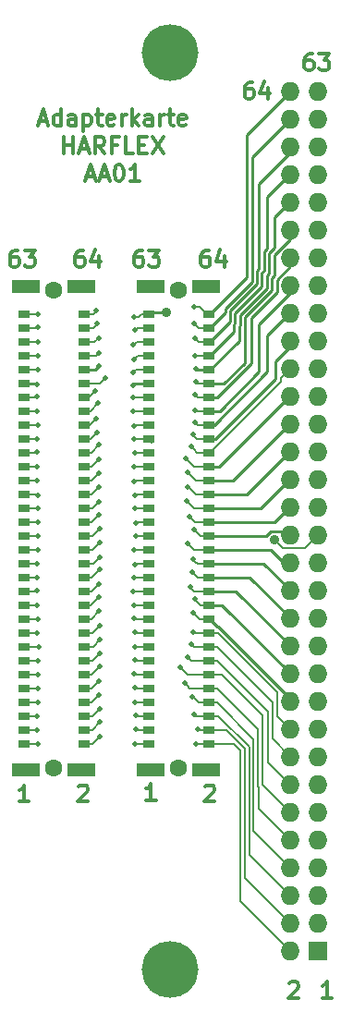
<source format=gtl>
G04 #@! TF.FileFunction,Copper,L1,Top,Signal*
%FSLAX46Y46*%
G04 Gerber Fmt 4.6, Leading zero omitted, Abs format (unit mm)*
G04 Created by KiCad (PCBNEW 4.0.4-stable) date 11/09/16 23:44:31*
%MOMM*%
%LPD*%
G01*
G04 APERTURE LIST*
%ADD10C,0.150000*%
%ADD11C,0.300000*%
%ADD12C,5.200000*%
%ADD13R,1.727200X1.727200*%
%ADD14O,1.727200X1.727200*%
%ADD15R,1.100000X0.800000*%
%ADD16R,2.500000X1.200000*%
%ADD17C,1.600000*%
%ADD18C,0.500000*%
%ADD19C,0.889000*%
%ADD20C,0.200000*%
%ADD21C,0.254000*%
G04 APERTURE END LIST*
D10*
D11*
X28071429Y-8078571D02*
X27785715Y-8078571D01*
X27642858Y-8150000D01*
X27571429Y-8221429D01*
X27428572Y-8435714D01*
X27357143Y-8721429D01*
X27357143Y-9292857D01*
X27428572Y-9435714D01*
X27500000Y-9507143D01*
X27642858Y-9578571D01*
X27928572Y-9578571D01*
X28071429Y-9507143D01*
X28142858Y-9435714D01*
X28214286Y-9292857D01*
X28214286Y-8935714D01*
X28142858Y-8792857D01*
X28071429Y-8721429D01*
X27928572Y-8650000D01*
X27642858Y-8650000D01*
X27500000Y-8721429D01*
X27428572Y-8792857D01*
X27357143Y-8935714D01*
X28714286Y-8078571D02*
X29642857Y-8078571D01*
X29142857Y-8650000D01*
X29357143Y-8650000D01*
X29500000Y-8721429D01*
X29571429Y-8792857D01*
X29642857Y-8935714D01*
X29642857Y-9292857D01*
X29571429Y-9435714D01*
X29500000Y-9507143D01*
X29357143Y-9578571D01*
X28928571Y-9578571D01*
X28785714Y-9507143D01*
X28714286Y-9435714D01*
X25971429Y-93221429D02*
X26042858Y-93150000D01*
X26185715Y-93078571D01*
X26542858Y-93078571D01*
X26685715Y-93150000D01*
X26757144Y-93221429D01*
X26828572Y-93364286D01*
X26828572Y-93507143D01*
X26757144Y-93721429D01*
X25900001Y-94578571D01*
X26828572Y-94578571D01*
X12471429Y-26078571D02*
X12185715Y-26078571D01*
X12042858Y-26150000D01*
X11971429Y-26221429D01*
X11828572Y-26435714D01*
X11757143Y-26721429D01*
X11757143Y-27292857D01*
X11828572Y-27435714D01*
X11900000Y-27507143D01*
X12042858Y-27578571D01*
X12328572Y-27578571D01*
X12471429Y-27507143D01*
X12542858Y-27435714D01*
X12614286Y-27292857D01*
X12614286Y-26935714D01*
X12542858Y-26792857D01*
X12471429Y-26721429D01*
X12328572Y-26650000D01*
X12042858Y-26650000D01*
X11900000Y-26721429D01*
X11828572Y-26792857D01*
X11757143Y-26935714D01*
X13114286Y-26078571D02*
X14042857Y-26078571D01*
X13542857Y-26650000D01*
X13757143Y-26650000D01*
X13900000Y-26721429D01*
X13971429Y-26792857D01*
X14042857Y-26935714D01*
X14042857Y-27292857D01*
X13971429Y-27435714D01*
X13900000Y-27507143D01*
X13757143Y-27578571D01*
X13328571Y-27578571D01*
X13185714Y-27507143D01*
X13114286Y-27435714D01*
X1071429Y-26078571D02*
X785715Y-26078571D01*
X642858Y-26150000D01*
X571429Y-26221429D01*
X428572Y-26435714D01*
X357143Y-26721429D01*
X357143Y-27292857D01*
X428572Y-27435714D01*
X500000Y-27507143D01*
X642858Y-27578571D01*
X928572Y-27578571D01*
X1071429Y-27507143D01*
X1142858Y-27435714D01*
X1214286Y-27292857D01*
X1214286Y-26935714D01*
X1142858Y-26792857D01*
X1071429Y-26721429D01*
X928572Y-26650000D01*
X642858Y-26650000D01*
X500000Y-26721429D01*
X428572Y-26792857D01*
X357143Y-26935714D01*
X1714286Y-26078571D02*
X2642857Y-26078571D01*
X2142857Y-26650000D01*
X2357143Y-26650000D01*
X2500000Y-26721429D01*
X2571429Y-26792857D01*
X2642857Y-26935714D01*
X2642857Y-27292857D01*
X2571429Y-27435714D01*
X2500000Y-27507143D01*
X2357143Y-27578571D01*
X1928571Y-27578571D01*
X1785714Y-27507143D01*
X1714286Y-27435714D01*
X6671429Y-75221429D02*
X6742858Y-75150000D01*
X6885715Y-75078571D01*
X7242858Y-75078571D01*
X7385715Y-75150000D01*
X7457144Y-75221429D01*
X7528572Y-75364286D01*
X7528572Y-75507143D01*
X7457144Y-75721429D01*
X6600001Y-76578571D01*
X7528572Y-76578571D01*
X18271429Y-75221429D02*
X18342858Y-75150000D01*
X18485715Y-75078571D01*
X18842858Y-75078571D01*
X18985715Y-75150000D01*
X19057144Y-75221429D01*
X19128572Y-75364286D01*
X19128572Y-75507143D01*
X19057144Y-75721429D01*
X18200001Y-76578571D01*
X19128572Y-76578571D01*
X22571429Y-10678571D02*
X22285715Y-10678571D01*
X22142858Y-10750000D01*
X22071429Y-10821429D01*
X21928572Y-11035714D01*
X21857143Y-11321429D01*
X21857143Y-11892857D01*
X21928572Y-12035714D01*
X22000000Y-12107143D01*
X22142858Y-12178571D01*
X22428572Y-12178571D01*
X22571429Y-12107143D01*
X22642858Y-12035714D01*
X22714286Y-11892857D01*
X22714286Y-11535714D01*
X22642858Y-11392857D01*
X22571429Y-11321429D01*
X22428572Y-11250000D01*
X22142858Y-11250000D01*
X22000000Y-11321429D01*
X21928572Y-11392857D01*
X21857143Y-11535714D01*
X24000000Y-11178571D02*
X24000000Y-12178571D01*
X23642857Y-10607143D02*
X23285714Y-11678571D01*
X24214286Y-11678571D01*
X29828572Y-94578571D02*
X28971429Y-94578571D01*
X29400001Y-94578571D02*
X29400001Y-93078571D01*
X29257144Y-93292857D01*
X29114286Y-93435714D01*
X28971429Y-93507143D01*
X13728572Y-76478571D02*
X12871429Y-76478571D01*
X13300001Y-76478571D02*
X13300001Y-74978571D01*
X13157144Y-75192857D01*
X13014286Y-75335714D01*
X12871429Y-75407143D01*
X2128572Y-76578571D02*
X1271429Y-76578571D01*
X1700001Y-76578571D02*
X1700001Y-75078571D01*
X1557144Y-75292857D01*
X1414286Y-75435714D01*
X1271429Y-75507143D01*
X18571429Y-26078571D02*
X18285715Y-26078571D01*
X18142858Y-26150000D01*
X18071429Y-26221429D01*
X17928572Y-26435714D01*
X17857143Y-26721429D01*
X17857143Y-27292857D01*
X17928572Y-27435714D01*
X18000000Y-27507143D01*
X18142858Y-27578571D01*
X18428572Y-27578571D01*
X18571429Y-27507143D01*
X18642858Y-27435714D01*
X18714286Y-27292857D01*
X18714286Y-26935714D01*
X18642858Y-26792857D01*
X18571429Y-26721429D01*
X18428572Y-26650000D01*
X18142858Y-26650000D01*
X18000000Y-26721429D01*
X17928572Y-26792857D01*
X17857143Y-26935714D01*
X20000000Y-26578571D02*
X20000000Y-27578571D01*
X19642857Y-26007143D02*
X19285714Y-27078571D01*
X20214286Y-27078571D01*
X7071429Y-26078571D02*
X6785715Y-26078571D01*
X6642858Y-26150000D01*
X6571429Y-26221429D01*
X6428572Y-26435714D01*
X6357143Y-26721429D01*
X6357143Y-27292857D01*
X6428572Y-27435714D01*
X6500000Y-27507143D01*
X6642858Y-27578571D01*
X6928572Y-27578571D01*
X7071429Y-27507143D01*
X7142858Y-27435714D01*
X7214286Y-27292857D01*
X7214286Y-26935714D01*
X7142858Y-26792857D01*
X7071429Y-26721429D01*
X6928572Y-26650000D01*
X6642858Y-26650000D01*
X6500000Y-26721429D01*
X6428572Y-26792857D01*
X6357143Y-26935714D01*
X8500000Y-26578571D02*
X8500000Y-27578571D01*
X8142857Y-26007143D02*
X7785714Y-27078571D01*
X8714286Y-27078571D01*
X3050000Y-14225000D02*
X3764286Y-14225000D01*
X2907143Y-14653571D02*
X3407143Y-13153571D01*
X3907143Y-14653571D01*
X5050000Y-14653571D02*
X5050000Y-13153571D01*
X5050000Y-14582143D02*
X4907143Y-14653571D01*
X4621429Y-14653571D01*
X4478571Y-14582143D01*
X4407143Y-14510714D01*
X4335714Y-14367857D01*
X4335714Y-13939286D01*
X4407143Y-13796429D01*
X4478571Y-13725000D01*
X4621429Y-13653571D01*
X4907143Y-13653571D01*
X5050000Y-13725000D01*
X6407143Y-14653571D02*
X6407143Y-13867857D01*
X6335714Y-13725000D01*
X6192857Y-13653571D01*
X5907143Y-13653571D01*
X5764286Y-13725000D01*
X6407143Y-14582143D02*
X6264286Y-14653571D01*
X5907143Y-14653571D01*
X5764286Y-14582143D01*
X5692857Y-14439286D01*
X5692857Y-14296429D01*
X5764286Y-14153571D01*
X5907143Y-14082143D01*
X6264286Y-14082143D01*
X6407143Y-14010714D01*
X7121429Y-13653571D02*
X7121429Y-15153571D01*
X7121429Y-13725000D02*
X7264286Y-13653571D01*
X7550000Y-13653571D01*
X7692857Y-13725000D01*
X7764286Y-13796429D01*
X7835715Y-13939286D01*
X7835715Y-14367857D01*
X7764286Y-14510714D01*
X7692857Y-14582143D01*
X7550000Y-14653571D01*
X7264286Y-14653571D01*
X7121429Y-14582143D01*
X8264286Y-13653571D02*
X8835715Y-13653571D01*
X8478572Y-13153571D02*
X8478572Y-14439286D01*
X8550000Y-14582143D01*
X8692858Y-14653571D01*
X8835715Y-14653571D01*
X9907143Y-14582143D02*
X9764286Y-14653571D01*
X9478572Y-14653571D01*
X9335715Y-14582143D01*
X9264286Y-14439286D01*
X9264286Y-13867857D01*
X9335715Y-13725000D01*
X9478572Y-13653571D01*
X9764286Y-13653571D01*
X9907143Y-13725000D01*
X9978572Y-13867857D01*
X9978572Y-14010714D01*
X9264286Y-14153571D01*
X10621429Y-14653571D02*
X10621429Y-13653571D01*
X10621429Y-13939286D02*
X10692857Y-13796429D01*
X10764286Y-13725000D01*
X10907143Y-13653571D01*
X11050000Y-13653571D01*
X11550000Y-14653571D02*
X11550000Y-13153571D01*
X11692857Y-14082143D02*
X12121428Y-14653571D01*
X12121428Y-13653571D02*
X11550000Y-14225000D01*
X13407143Y-14653571D02*
X13407143Y-13867857D01*
X13335714Y-13725000D01*
X13192857Y-13653571D01*
X12907143Y-13653571D01*
X12764286Y-13725000D01*
X13407143Y-14582143D02*
X13264286Y-14653571D01*
X12907143Y-14653571D01*
X12764286Y-14582143D01*
X12692857Y-14439286D01*
X12692857Y-14296429D01*
X12764286Y-14153571D01*
X12907143Y-14082143D01*
X13264286Y-14082143D01*
X13407143Y-14010714D01*
X14121429Y-14653571D02*
X14121429Y-13653571D01*
X14121429Y-13939286D02*
X14192857Y-13796429D01*
X14264286Y-13725000D01*
X14407143Y-13653571D01*
X14550000Y-13653571D01*
X14835714Y-13653571D02*
X15407143Y-13653571D01*
X15050000Y-13153571D02*
X15050000Y-14439286D01*
X15121428Y-14582143D01*
X15264286Y-14653571D01*
X15407143Y-14653571D01*
X16478571Y-14582143D02*
X16335714Y-14653571D01*
X16050000Y-14653571D01*
X15907143Y-14582143D01*
X15835714Y-14439286D01*
X15835714Y-13867857D01*
X15907143Y-13725000D01*
X16050000Y-13653571D01*
X16335714Y-13653571D01*
X16478571Y-13725000D01*
X16550000Y-13867857D01*
X16550000Y-14010714D01*
X15835714Y-14153571D01*
X5335715Y-17203571D02*
X5335715Y-15703571D01*
X5335715Y-16417857D02*
X6192858Y-16417857D01*
X6192858Y-17203571D02*
X6192858Y-15703571D01*
X6835715Y-16775000D02*
X7550001Y-16775000D01*
X6692858Y-17203571D02*
X7192858Y-15703571D01*
X7692858Y-17203571D01*
X9050001Y-17203571D02*
X8550001Y-16489286D01*
X8192858Y-17203571D02*
X8192858Y-15703571D01*
X8764286Y-15703571D01*
X8907144Y-15775000D01*
X8978572Y-15846429D01*
X9050001Y-15989286D01*
X9050001Y-16203571D01*
X8978572Y-16346429D01*
X8907144Y-16417857D01*
X8764286Y-16489286D01*
X8192858Y-16489286D01*
X10192858Y-16417857D02*
X9692858Y-16417857D01*
X9692858Y-17203571D02*
X9692858Y-15703571D01*
X10407144Y-15703571D01*
X11692858Y-17203571D02*
X10978572Y-17203571D01*
X10978572Y-15703571D01*
X12192858Y-16417857D02*
X12692858Y-16417857D01*
X12907144Y-17203571D02*
X12192858Y-17203571D01*
X12192858Y-15703571D01*
X12907144Y-15703571D01*
X13407144Y-15703571D02*
X14407144Y-17203571D01*
X14407144Y-15703571D02*
X13407144Y-17203571D01*
X7371429Y-19325000D02*
X8085715Y-19325000D01*
X7228572Y-19753571D02*
X7728572Y-18253571D01*
X8228572Y-19753571D01*
X8657143Y-19325000D02*
X9371429Y-19325000D01*
X8514286Y-19753571D02*
X9014286Y-18253571D01*
X9514286Y-19753571D01*
X10300000Y-18253571D02*
X10442857Y-18253571D01*
X10585714Y-18325000D01*
X10657143Y-18396429D01*
X10728572Y-18539286D01*
X10800000Y-18825000D01*
X10800000Y-19182143D01*
X10728572Y-19467857D01*
X10657143Y-19610714D01*
X10585714Y-19682143D01*
X10442857Y-19753571D01*
X10300000Y-19753571D01*
X10157143Y-19682143D01*
X10085714Y-19610714D01*
X10014286Y-19467857D01*
X9942857Y-19182143D01*
X9942857Y-18825000D01*
X10014286Y-18539286D01*
X10085714Y-18396429D01*
X10157143Y-18325000D01*
X10300000Y-18253571D01*
X12228571Y-19753571D02*
X11371428Y-19753571D01*
X11800000Y-19753571D02*
X11800000Y-18253571D01*
X11657143Y-18467857D01*
X11514285Y-18610714D01*
X11371428Y-18682143D01*
D12*
X15000000Y-8000000D03*
D13*
X28600000Y-90280000D03*
D14*
X26060000Y-90280000D03*
X28600000Y-87740000D03*
X26060000Y-87740000D03*
X28600000Y-85200000D03*
X26060000Y-85200000D03*
X28600000Y-82660000D03*
X26060000Y-82660000D03*
X28600000Y-80120000D03*
X26060000Y-80120000D03*
X28600000Y-77580000D03*
X26060000Y-77580000D03*
X28600000Y-75040000D03*
X26060000Y-75040000D03*
X28600000Y-72500000D03*
X26060000Y-72500000D03*
X28600000Y-69960000D03*
X26060000Y-69960000D03*
X28600000Y-67420000D03*
X26060000Y-67420000D03*
X28600000Y-64880000D03*
X26060000Y-64880000D03*
X28600000Y-62340000D03*
X26060000Y-62340000D03*
X28600000Y-59800000D03*
X26060000Y-59800000D03*
X28600000Y-57260000D03*
X26060000Y-57260000D03*
X28600000Y-54720000D03*
X26060000Y-54720000D03*
X28600000Y-52180000D03*
X26060000Y-52180000D03*
X28600000Y-49640000D03*
X26060000Y-49640000D03*
X28600000Y-47100000D03*
X26060000Y-47100000D03*
X28600000Y-44560000D03*
X26060000Y-44560000D03*
X28600000Y-42020000D03*
X26060000Y-42020000D03*
X28600000Y-39480000D03*
X26060000Y-39480000D03*
X28600000Y-36940000D03*
X26060000Y-36940000D03*
X28600000Y-34400000D03*
X26060000Y-34400000D03*
X28600000Y-31860000D03*
X26060000Y-31860000D03*
X28600000Y-29320000D03*
X26060000Y-29320000D03*
X28600000Y-26780000D03*
X26060000Y-26780000D03*
X28600000Y-24240000D03*
X26060000Y-24240000D03*
X28600000Y-21700000D03*
X26060000Y-21700000D03*
X28600000Y-19160000D03*
X26060000Y-19160000D03*
X28600000Y-16620000D03*
X26060000Y-16620000D03*
X28600000Y-14080000D03*
X26060000Y-14080000D03*
X28600000Y-11540000D03*
X26060000Y-11540000D03*
D15*
X1640000Y-71290000D03*
X7140000Y-71290000D03*
X1640000Y-70020000D03*
X7140000Y-70020000D03*
X1640000Y-68750000D03*
X7140000Y-68750000D03*
X1640000Y-67480000D03*
X7140000Y-67480000D03*
X1640000Y-66210000D03*
X7140000Y-66210000D03*
X1640000Y-64940000D03*
X7140000Y-64940000D03*
X1640000Y-63670000D03*
X7140000Y-63670000D03*
X1640000Y-62400000D03*
X7140000Y-62400000D03*
X1640000Y-61130000D03*
X7140000Y-61130000D03*
X1640000Y-59860000D03*
X7140000Y-59860000D03*
X1640000Y-58590000D03*
X7140000Y-58590000D03*
X1640000Y-57320000D03*
X7140000Y-57320000D03*
X1640000Y-56050000D03*
X7140000Y-56050000D03*
X1640000Y-54780000D03*
X7140000Y-54780000D03*
X1640000Y-53510000D03*
X7140000Y-53510000D03*
X1640000Y-52240000D03*
X7140000Y-52240000D03*
X1640000Y-50970000D03*
X7140000Y-50970000D03*
X1640000Y-49700000D03*
X7140000Y-49700000D03*
X1640000Y-48430000D03*
X7140000Y-48430000D03*
X1640000Y-47160000D03*
X7140000Y-47160000D03*
X1640000Y-45890000D03*
X7140000Y-45890000D03*
X1640000Y-44620000D03*
X7140000Y-44620000D03*
X1640000Y-43350000D03*
X7140000Y-43350000D03*
X1640000Y-42080000D03*
X7140000Y-42080000D03*
X1640000Y-40810000D03*
X7140000Y-40810000D03*
X1640000Y-39540000D03*
X7140000Y-39540000D03*
X1640000Y-38270000D03*
X7140000Y-38270000D03*
X1640000Y-37000000D03*
X7140000Y-37000000D03*
X1640000Y-35730000D03*
X7140000Y-35730000D03*
X1640000Y-34460000D03*
X7140000Y-34460000D03*
X1640000Y-33190000D03*
X7140000Y-33190000D03*
X1640000Y-31920000D03*
X7140000Y-31920000D03*
D16*
X1840000Y-29410000D03*
X6940000Y-29410000D03*
X1840000Y-73700000D03*
X6940000Y-73700000D03*
D17*
X4390000Y-29710000D03*
X4390000Y-73500000D03*
D15*
X13070000Y-71290000D03*
X18570000Y-71290000D03*
X13070000Y-70020000D03*
X18570000Y-70020000D03*
X13070000Y-68750000D03*
X18570000Y-68750000D03*
X13070000Y-67480000D03*
X18570000Y-67480000D03*
X13070000Y-66210000D03*
X18570000Y-66210000D03*
X13070000Y-64940000D03*
X18570000Y-64940000D03*
X13070000Y-63670000D03*
X18570000Y-63670000D03*
X13070000Y-62400000D03*
X18570000Y-62400000D03*
X13070000Y-61130000D03*
X18570000Y-61130000D03*
X13070000Y-59860000D03*
X18570000Y-59860000D03*
X13070000Y-58590000D03*
X18570000Y-58590000D03*
X13070000Y-57320000D03*
X18570000Y-57320000D03*
X13070000Y-56050000D03*
X18570000Y-56050000D03*
X13070000Y-54780000D03*
X18570000Y-54780000D03*
X13070000Y-53510000D03*
X18570000Y-53510000D03*
X13070000Y-52240000D03*
X18570000Y-52240000D03*
X13070000Y-50970000D03*
X18570000Y-50970000D03*
X13070000Y-49700000D03*
X18570000Y-49700000D03*
X13070000Y-48430000D03*
X18570000Y-48430000D03*
X13070000Y-47160000D03*
X18570000Y-47160000D03*
X13070000Y-45890000D03*
X18570000Y-45890000D03*
X13070000Y-44620000D03*
X18570000Y-44620000D03*
X13070000Y-43350000D03*
X18570000Y-43350000D03*
X13070000Y-42080000D03*
X18570000Y-42080000D03*
X13070000Y-40810000D03*
X18570000Y-40810000D03*
X13070000Y-39540000D03*
X18570000Y-39540000D03*
X13070000Y-38270000D03*
X18570000Y-38270000D03*
X13070000Y-37000000D03*
X18570000Y-37000000D03*
X13070000Y-35730000D03*
X18570000Y-35730000D03*
X13070000Y-34460000D03*
X18570000Y-34460000D03*
X13070000Y-33190000D03*
X18570000Y-33190000D03*
X13070000Y-31920000D03*
X18570000Y-31920000D03*
D16*
X13270000Y-29410000D03*
X18370000Y-29410000D03*
X13270000Y-73700000D03*
X18370000Y-73700000D03*
D17*
X15820000Y-29710000D03*
X15820000Y-73500000D03*
D12*
X15000000Y-92000000D03*
D18*
X2920000Y-71340000D03*
X11850000Y-71310000D03*
X16389647Y-65749990D03*
X8510000Y-65510000D03*
X2930000Y-64940000D03*
X11780000Y-64900000D03*
X15935901Y-64249990D03*
X8580000Y-64230000D03*
X2960000Y-63660000D03*
X11800000Y-63590000D03*
X16620874Y-63343129D03*
X8610000Y-63000000D03*
X3000000Y-62400000D03*
X11800000Y-62400000D03*
X17027216Y-62157636D03*
X8600000Y-61780000D03*
X2890000Y-61140000D03*
X11800000Y-61060000D03*
X17171930Y-61057624D03*
X8630000Y-60440000D03*
X2910000Y-59860000D03*
X11740000Y-59820000D03*
X17420000Y-71310000D03*
X8610000Y-70600000D03*
X17180000Y-59249990D03*
X8540000Y-59140000D03*
X2870000Y-58580000D03*
X11710000Y-58580000D03*
X17326636Y-58029990D03*
X8540000Y-57850000D03*
X2820000Y-57280000D03*
X11690000Y-57330000D03*
X16864258Y-56911752D03*
X8510000Y-56670000D03*
X2890000Y-56100000D03*
X11780000Y-56090000D03*
X17114850Y-55549990D03*
X8580000Y-55340000D03*
X2850000Y-54770000D03*
X11800000Y-54910000D03*
X17116324Y-54349990D03*
X8610000Y-54170000D03*
X2930000Y-53560000D03*
X11780000Y-53510000D03*
X2870000Y-70010000D03*
X11890000Y-69950000D03*
X16682319Y-52959990D03*
X8600000Y-52810000D03*
D19*
X24611296Y-52599091D03*
D18*
X2930000Y-52230000D03*
X11900000Y-52280000D03*
X17276123Y-51649990D03*
X8580000Y-51610000D03*
X11900000Y-51040000D03*
X2940000Y-51020000D03*
X16823657Y-50466389D03*
X8530000Y-50290000D03*
X2940000Y-49720000D03*
X11820000Y-49700000D03*
X16568629Y-49060010D03*
X8510000Y-49100000D03*
X2930000Y-48530000D03*
X11800000Y-48510000D03*
X16691084Y-47731084D03*
X8490000Y-47770000D03*
X2850000Y-47210000D03*
X11740000Y-47230000D03*
X17553643Y-69949990D03*
X8620000Y-69310000D03*
X16616084Y-46406084D03*
X8480000Y-46510000D03*
X2880000Y-45870000D03*
X11720000Y-45910000D03*
X16516080Y-45131092D03*
X8520000Y-45200000D03*
X11800000Y-44600000D03*
X2820000Y-44570000D03*
X16953319Y-44039915D03*
X8550000Y-43910000D03*
X2880000Y-43350000D03*
X11780000Y-43350000D03*
X17117873Y-42939903D03*
X8370000Y-42750000D03*
X2920000Y-42100000D03*
X11720000Y-42150000D03*
X17345966Y-41839891D03*
X8280000Y-41470000D03*
X2880000Y-40790000D03*
X11680000Y-40810000D03*
X2840000Y-68740000D03*
X11890000Y-68710000D03*
X17320000Y-40739880D03*
X8460000Y-40080000D03*
X11650000Y-39590000D03*
X2860000Y-39510000D03*
X8220000Y-38940000D03*
X17360000Y-39280000D03*
X2840000Y-38340000D03*
X11680000Y-38440000D03*
X9080000Y-37800000D03*
X17380000Y-38140000D03*
X11650000Y-37300000D03*
X2920000Y-36990000D03*
X8520000Y-36670000D03*
X17390000Y-36970000D03*
X2910000Y-35750000D03*
X11730000Y-36100000D03*
X17350000Y-35760000D03*
X8490000Y-35520000D03*
X2950000Y-34460000D03*
X11690000Y-34740000D03*
X17262459Y-68584627D03*
X8570000Y-68090000D03*
X8500000Y-34100000D03*
X17300000Y-34100000D03*
X2960000Y-33120000D03*
X11800000Y-33350000D03*
X17270000Y-32772990D03*
X8350000Y-32810000D03*
D19*
X14700000Y-31800000D03*
D18*
X2900000Y-31910000D03*
X11730000Y-32200000D03*
X17250000Y-31222990D03*
X8290000Y-31610000D03*
X2930000Y-67480000D03*
X11820000Y-67520000D03*
X17110000Y-66949990D03*
X8540000Y-66800000D03*
X2930000Y-66220000D03*
X11800000Y-66150000D03*
D20*
X13160000Y-71200000D02*
X13070000Y-71290000D01*
X13070000Y-71290000D02*
X11870000Y-71290000D01*
X2870000Y-71290000D02*
X1640000Y-71290000D01*
X2920000Y-71340000D02*
X2870000Y-71290000D01*
X11870000Y-71290000D02*
X11850000Y-71310000D01*
X18570000Y-66210000D02*
X19320000Y-66210000D01*
X19320000Y-66210000D02*
X23099989Y-69989989D01*
X23099989Y-69989989D02*
X23099989Y-75185689D01*
X23099989Y-75185689D02*
X23200000Y-75285700D01*
X23200000Y-75285700D02*
X23200000Y-77260000D01*
X23200000Y-77260000D02*
X26060000Y-80120000D01*
X18720000Y-66210000D02*
X18570000Y-66210000D01*
X16849657Y-66210000D02*
X16639646Y-65999989D01*
X18570000Y-66210000D02*
X16849657Y-66210000D01*
X16639646Y-65999989D02*
X16389647Y-65749990D01*
X7140000Y-66210000D02*
X7810000Y-66210000D01*
X7810000Y-66210000D02*
X8510000Y-65510000D01*
X13210000Y-64800000D02*
X13070000Y-64940000D01*
X13070000Y-64940000D02*
X11820000Y-64940000D01*
X2930000Y-64940000D02*
X1640000Y-64940000D01*
X11820000Y-64940000D02*
X11780000Y-64900000D01*
X23500000Y-68700000D02*
X19740000Y-64940000D01*
X19740000Y-64940000D02*
X18570000Y-64940000D01*
X23500000Y-75020000D02*
X23500000Y-68700000D01*
X26060000Y-77580000D02*
X23500000Y-75020000D01*
D21*
X18570000Y-64940000D02*
X18720000Y-64940000D01*
D20*
X16625911Y-64940000D02*
X16185900Y-64499989D01*
X16185900Y-64499989D02*
X15935901Y-64249990D01*
X18570000Y-64940000D02*
X16625911Y-64940000D01*
X7140000Y-64940000D02*
X7870000Y-64940000D01*
X7870000Y-64940000D02*
X8580000Y-64230000D01*
X13140000Y-63600000D02*
X13070000Y-63670000D01*
X13070000Y-63670000D02*
X11880000Y-63670000D01*
X2950000Y-63670000D02*
X1640000Y-63670000D01*
X2960000Y-63660000D02*
X2950000Y-63670000D01*
X11880000Y-63670000D02*
X11800000Y-63590000D01*
X19320000Y-63670000D02*
X18570000Y-63670000D01*
X23999989Y-68349989D02*
X19320000Y-63670000D01*
X23999989Y-72979989D02*
X23999989Y-68349989D01*
X26060000Y-75040000D02*
X23999989Y-72979989D01*
D21*
X18720000Y-63670000D02*
X18570000Y-63670000D01*
D20*
X18570000Y-63670000D02*
X16947745Y-63670000D01*
X16870873Y-63593128D02*
X16620874Y-63343129D01*
X16947745Y-63670000D02*
X16870873Y-63593128D01*
X7140000Y-63670000D02*
X7940000Y-63670000D01*
X7940000Y-63670000D02*
X8610000Y-63000000D01*
X13170000Y-62300000D02*
X13070000Y-62400000D01*
X13070000Y-62400000D02*
X11800000Y-62400000D01*
X3000000Y-62400000D02*
X1640000Y-62400000D01*
X18570000Y-62400000D02*
X19320000Y-62400000D01*
X19320000Y-62400000D02*
X24400000Y-67480000D01*
X24400000Y-67480000D02*
X24400000Y-70840000D01*
X24400000Y-70840000D02*
X26060000Y-72500000D01*
X18720000Y-62400000D02*
X18570000Y-62400000D01*
D21*
X26040000Y-72136444D02*
X26040000Y-72430000D01*
D20*
X17269580Y-62400000D02*
X17027216Y-62157636D01*
X18570000Y-62400000D02*
X17269580Y-62400000D01*
X7140000Y-62400000D02*
X7980000Y-62400000D01*
X7980000Y-62400000D02*
X8600000Y-61780000D01*
X13100000Y-61100000D02*
X13070000Y-61130000D01*
X13070000Y-61130000D02*
X11870000Y-61130000D01*
X2880000Y-61130000D02*
X1640000Y-61130000D01*
X2890000Y-61140000D02*
X2880000Y-61130000D01*
X11870000Y-61130000D02*
X11800000Y-61060000D01*
X24896399Y-66596399D02*
X19430000Y-61130000D01*
X19430000Y-61130000D02*
X18570000Y-61130000D01*
X26060000Y-69960000D02*
X24896399Y-68796399D01*
X24896399Y-68796399D02*
X24896399Y-66596399D01*
D21*
X18720000Y-61130000D02*
X18570000Y-61130000D01*
D20*
X17244306Y-61130000D02*
X17171930Y-61057624D01*
X18570000Y-61130000D02*
X17244306Y-61130000D01*
X7140000Y-61130000D02*
X7940000Y-61130000D01*
X7940000Y-61130000D02*
X8630000Y-60440000D01*
X13130000Y-59800000D02*
X13070000Y-59860000D01*
X13070000Y-59860000D02*
X11780000Y-59860000D01*
X2910000Y-59860000D02*
X1640000Y-59860000D01*
X11780000Y-59860000D02*
X11740000Y-59820000D01*
X19320000Y-71290000D02*
X18570000Y-71290000D01*
X20890000Y-71290000D02*
X19320000Y-71290000D01*
X21499945Y-71899945D02*
X20890000Y-71290000D01*
X21499945Y-85719945D02*
X21499945Y-71899945D01*
X26060000Y-90280000D02*
X21499945Y-85719945D01*
X7140000Y-71290000D02*
X7920000Y-71290000D01*
X17440000Y-71290000D02*
X18570000Y-71290000D01*
X17420000Y-71310000D02*
X17440000Y-71290000D01*
X7920000Y-71290000D02*
X8610000Y-70600000D01*
D21*
X26040000Y-67136116D02*
X26040000Y-67350000D01*
X19374000Y-60514000D02*
X19417884Y-60514000D01*
X18720000Y-59860000D02*
X19374000Y-60514000D01*
X18570000Y-59860000D02*
X18720000Y-59860000D01*
X19417884Y-60514000D02*
X26040000Y-67136116D01*
D20*
X17429999Y-59499989D02*
X17180000Y-59249990D01*
X18570000Y-59860000D02*
X17790010Y-59860000D01*
X17790010Y-59860000D02*
X17429999Y-59499989D01*
X7140000Y-59860000D02*
X7820000Y-59860000D01*
X7820000Y-59860000D02*
X8540000Y-59140000D01*
X13160000Y-58500000D02*
X13070000Y-58590000D01*
X13070000Y-58590000D02*
X11720000Y-58590000D01*
X2860000Y-58590000D02*
X1640000Y-58590000D01*
X2870000Y-58580000D02*
X2860000Y-58590000D01*
X11720000Y-58590000D02*
X11710000Y-58580000D01*
X17326636Y-58096636D02*
X17326636Y-58029990D01*
X17820000Y-58590000D02*
X17326636Y-58096636D01*
X18570000Y-58590000D02*
X17820000Y-58590000D01*
D21*
X18570000Y-58590000D02*
X19820000Y-58590000D01*
X19820000Y-58590000D02*
X26040000Y-64810000D01*
D20*
X7140000Y-58590000D02*
X7800000Y-58590000D01*
X7800000Y-58590000D02*
X8540000Y-57850000D01*
X13190000Y-57200000D02*
X13070000Y-57320000D01*
X13070000Y-57320000D02*
X11700000Y-57320000D01*
X2780000Y-57320000D02*
X1640000Y-57320000D01*
X2820000Y-57280000D02*
X2780000Y-57320000D01*
X11700000Y-57320000D02*
X11690000Y-57330000D01*
X17114257Y-57161751D02*
X16864258Y-56911752D01*
X17272506Y-57320000D02*
X17114257Y-57161751D01*
X18570000Y-57320000D02*
X17272506Y-57320000D01*
D21*
X18570000Y-57320000D02*
X21090000Y-57320000D01*
X21090000Y-57320000D02*
X26040000Y-62270000D01*
D20*
X7140000Y-57320000D02*
X7860000Y-57320000D01*
X7860000Y-57320000D02*
X8510000Y-56670000D01*
X13070000Y-56050000D02*
X11820000Y-56050000D01*
X2840000Y-56050000D02*
X1640000Y-56050000D01*
X2890000Y-56100000D02*
X2840000Y-56050000D01*
X11820000Y-56050000D02*
X11780000Y-56090000D01*
X17364849Y-55799989D02*
X17114850Y-55549990D01*
X17614860Y-56050000D02*
X17364849Y-55799989D01*
X18570000Y-56050000D02*
X17614860Y-56050000D01*
D21*
X18570000Y-56050000D02*
X22360000Y-56050000D01*
X22360000Y-56050000D02*
X26040000Y-59730000D01*
D20*
X7140000Y-56050000D02*
X7870000Y-56050000D01*
X7870000Y-56050000D02*
X8580000Y-55340000D01*
X13090000Y-54800000D02*
X13070000Y-54780000D01*
X13070000Y-54780000D02*
X11930000Y-54780000D01*
X2840000Y-54780000D02*
X1640000Y-54780000D01*
X2850000Y-54770000D02*
X2840000Y-54780000D01*
X11930000Y-54780000D02*
X11800000Y-54910000D01*
X17366323Y-54599989D02*
X17116324Y-54349990D01*
X17546334Y-54780000D02*
X17366323Y-54599989D01*
X18570000Y-54780000D02*
X17546334Y-54780000D01*
D21*
X18570000Y-54780000D02*
X23630000Y-54780000D01*
X23630000Y-54780000D02*
X26040000Y-57190000D01*
D20*
X7140000Y-54780000D02*
X8000000Y-54780000D01*
X8000000Y-54780000D02*
X8610000Y-54170000D01*
X13080000Y-53500000D02*
X13070000Y-53510000D01*
X13070000Y-53510000D02*
X11780000Y-53510000D01*
X2880000Y-53510000D02*
X1640000Y-53510000D01*
X2930000Y-53560000D02*
X2880000Y-53510000D01*
X13090000Y-70000000D02*
X13070000Y-70020000D01*
X13070000Y-70020000D02*
X11960000Y-70020000D01*
X2860000Y-70020000D02*
X1640000Y-70020000D01*
X2870000Y-70010000D02*
X2860000Y-70020000D01*
X11960000Y-70020000D02*
X11890000Y-69950000D01*
X16932318Y-53209989D02*
X16682319Y-52959990D01*
X17232329Y-53510000D02*
X16932318Y-53209989D01*
X18570000Y-53510000D02*
X17232329Y-53510000D01*
D21*
X24250366Y-53510000D02*
X19374000Y-53510000D01*
X25390366Y-54650000D02*
X24250366Y-53510000D01*
X19374000Y-53510000D02*
X18570000Y-53510000D01*
D20*
X7140000Y-53510000D02*
X7900000Y-53510000D01*
X7900000Y-53510000D02*
X8600000Y-52810000D01*
X28600000Y-52180000D02*
X27380000Y-53400000D01*
X27380000Y-53400000D02*
X25412205Y-53400000D01*
X25412205Y-53400000D02*
X25055795Y-53043590D01*
X25055795Y-53043590D02*
X24611296Y-52599091D01*
X28600000Y-52180000D02*
X28600000Y-52300000D01*
X13110000Y-52200000D02*
X13070000Y-52240000D01*
X13070000Y-52240000D02*
X11940000Y-52240000D01*
X2920000Y-52240000D02*
X1640000Y-52240000D01*
X2930000Y-52230000D02*
X2920000Y-52240000D01*
X11940000Y-52240000D02*
X11900000Y-52280000D01*
D21*
X19374000Y-52240000D02*
X18570000Y-52240000D01*
X23839795Y-52240000D02*
X19374000Y-52240000D01*
X25757590Y-51827590D02*
X24252205Y-51827590D01*
X24252205Y-51827590D02*
X23839795Y-52240000D01*
X26040000Y-52110000D02*
X25757590Y-51827590D01*
D20*
X17276123Y-51696123D02*
X17276123Y-51649990D01*
X17820000Y-52240000D02*
X17276123Y-51696123D01*
X18570000Y-52240000D02*
X17820000Y-52240000D01*
X7140000Y-52240000D02*
X7950000Y-52240000D01*
X7950000Y-52240000D02*
X8580000Y-51610000D01*
X13140000Y-50900000D02*
X13070000Y-50970000D01*
X13070000Y-50970000D02*
X11970000Y-50970000D01*
X2890000Y-50970000D02*
X1640000Y-50970000D01*
X2940000Y-51020000D02*
X2890000Y-50970000D01*
X11970000Y-50970000D02*
X11900000Y-51040000D01*
X17327268Y-50970000D02*
X17073656Y-50716388D01*
X18570000Y-50970000D02*
X17327268Y-50970000D01*
X17073656Y-50716388D02*
X16823657Y-50466389D01*
D21*
X18570000Y-50970000D02*
X24640000Y-50970000D01*
X24640000Y-50970000D02*
X26040000Y-49570000D01*
D20*
X7140000Y-50970000D02*
X7850000Y-50970000D01*
X7850000Y-50970000D02*
X8530000Y-50290000D01*
X13070000Y-49700000D02*
X11820000Y-49700000D01*
X2920000Y-49700000D02*
X1640000Y-49700000D01*
X2940000Y-49720000D02*
X2920000Y-49700000D01*
X18570000Y-49700000D02*
X17208619Y-49700000D01*
X16818628Y-49310009D02*
X16568629Y-49060010D01*
X17208619Y-49700000D02*
X16818628Y-49310009D01*
D21*
X18570000Y-49700000D02*
X23370000Y-49700000D01*
X23370000Y-49700000D02*
X26040000Y-47030000D01*
D20*
X7140000Y-49700000D02*
X7910000Y-49700000D01*
X7910000Y-49700000D02*
X8510000Y-49100000D01*
X13140000Y-48500000D02*
X13070000Y-48430000D01*
X13070000Y-48430000D02*
X11880000Y-48430000D01*
X2830000Y-48430000D02*
X1640000Y-48430000D01*
X2930000Y-48530000D02*
X2830000Y-48430000D01*
X11880000Y-48430000D02*
X11800000Y-48510000D01*
X16941083Y-47981083D02*
X16691084Y-47731084D01*
X17390000Y-48430000D02*
X16941083Y-47981083D01*
X18570000Y-48430000D02*
X17390000Y-48430000D01*
D21*
X18570000Y-48430000D02*
X22100000Y-48430000D01*
X22100000Y-48430000D02*
X26040000Y-44490000D01*
D20*
X7140000Y-48430000D02*
X7830000Y-48430000D01*
X7830000Y-48430000D02*
X8490000Y-47770000D01*
X13130000Y-47100000D02*
X13070000Y-47160000D01*
X13070000Y-47160000D02*
X11810000Y-47160000D01*
X2800000Y-47160000D02*
X1640000Y-47160000D01*
X2850000Y-47210000D02*
X2800000Y-47160000D01*
X11810000Y-47160000D02*
X11740000Y-47230000D01*
X25196401Y-86876401D02*
X26060000Y-87740000D01*
X21899978Y-79631378D02*
X21900011Y-79631411D01*
X21899956Y-75682756D02*
X21899978Y-75682778D01*
X21900011Y-79631411D02*
X21900011Y-83580011D01*
X21899956Y-71734256D02*
X21899956Y-75682756D01*
X18570000Y-70020000D02*
X20185700Y-70020000D01*
X20185700Y-70020000D02*
X21899956Y-71734256D01*
X21899978Y-75682778D02*
X21899978Y-79631378D01*
X21900011Y-83580011D02*
X25196401Y-86876401D01*
X17623653Y-70020000D02*
X17553643Y-69949990D01*
X18570000Y-70020000D02*
X17623653Y-70020000D01*
D21*
X18570000Y-70020000D02*
X18720000Y-70020000D01*
D20*
X7140000Y-70020000D02*
X7910000Y-70020000D01*
X7910000Y-70020000D02*
X8620000Y-69310000D01*
X16866083Y-46656083D02*
X16616084Y-46406084D01*
X17370000Y-47160000D02*
X16866083Y-46656083D01*
X18570000Y-47160000D02*
X17370000Y-47160000D01*
D21*
X18570000Y-47160000D02*
X20830000Y-47160000D01*
X20830000Y-47160000D02*
X26040000Y-41950000D01*
D20*
X7140000Y-47160000D02*
X7830000Y-47160000D01*
X7830000Y-47160000D02*
X8480000Y-46510000D01*
X13080000Y-45900000D02*
X13070000Y-45890000D01*
X13070000Y-45890000D02*
X11740000Y-45890000D01*
X2860000Y-45890000D02*
X1640000Y-45890000D01*
X2880000Y-45870000D02*
X2860000Y-45890000D01*
X11740000Y-45890000D02*
X11720000Y-45910000D01*
X16766079Y-45381091D02*
X16516080Y-45131092D01*
X18570000Y-45890000D02*
X17274988Y-45890000D01*
X17274988Y-45890000D02*
X16766079Y-45381091D01*
D21*
X18570000Y-45890000D02*
X19560000Y-45890000D01*
X19560000Y-45890000D02*
X26040000Y-39410000D01*
D20*
X7140000Y-45890000D02*
X7830000Y-45890000D01*
X7830000Y-45890000D02*
X8520000Y-45200000D01*
X13070000Y-44620000D02*
X11820000Y-44620000D01*
X11820000Y-44620000D02*
X11800000Y-44600000D01*
X13090000Y-44600000D02*
X13070000Y-44620000D01*
X2770000Y-44620000D02*
X1640000Y-44620000D01*
X2820000Y-44570000D02*
X2770000Y-44620000D01*
X26060000Y-36940000D02*
X25196401Y-37803599D01*
X25196401Y-37803599D02*
X25196401Y-38143599D01*
X25196401Y-38143599D02*
X18720000Y-44620000D01*
X18720000Y-44620000D02*
X18570000Y-44620000D01*
X17533404Y-44620000D02*
X17203318Y-44289914D01*
X18570000Y-44620000D02*
X17533404Y-44620000D01*
X17203318Y-44289914D02*
X16953319Y-44039915D01*
D21*
X26040000Y-37650000D02*
X26040000Y-36870000D01*
D20*
X7140000Y-44620000D02*
X7840000Y-44620000D01*
X7840000Y-44620000D02*
X8550000Y-43910000D01*
D21*
X13336534Y-43616534D02*
X13070000Y-43350000D01*
D20*
X13070000Y-43350000D02*
X11780000Y-43350000D01*
X2880000Y-43350000D02*
X1640000Y-43350000D01*
X17527970Y-43350000D02*
X17367872Y-43189902D01*
X18570000Y-43350000D02*
X17527970Y-43350000D01*
X17367872Y-43189902D02*
X17117873Y-42939903D01*
X7770000Y-43350000D02*
X7140000Y-43350000D01*
X8370000Y-42750000D02*
X7770000Y-43350000D01*
D21*
X19150000Y-43350000D02*
X18570000Y-43350000D01*
X24660000Y-37840000D02*
X19150000Y-43350000D01*
X24660000Y-36280000D02*
X24660000Y-37840000D01*
X26040000Y-34900000D02*
X24660000Y-36280000D01*
D20*
X13070000Y-42080000D02*
X11790000Y-42080000D01*
X2900000Y-42080000D02*
X1640000Y-42080000D01*
X2920000Y-42100000D02*
X2900000Y-42080000D01*
X11790000Y-42080000D02*
X11720000Y-42150000D01*
X18570000Y-42080000D02*
X17586075Y-42080000D01*
X17586075Y-42080000D02*
X17345966Y-41839891D01*
X7670000Y-42080000D02*
X7140000Y-42080000D01*
X8280000Y-41470000D02*
X7670000Y-42080000D01*
D21*
X18570000Y-42080000D02*
X19090000Y-42080000D01*
X23950000Y-33880000D02*
X26040000Y-31790000D01*
X23950000Y-37220000D02*
X23950000Y-33880000D01*
X19090000Y-42080000D02*
X23950000Y-37220000D01*
D20*
X13070000Y-40810000D02*
X11680000Y-40810000D01*
X2860000Y-40810000D02*
X1640000Y-40810000D01*
X2880000Y-40790000D02*
X2860000Y-40810000D01*
X13120000Y-68700000D02*
X13070000Y-68750000D01*
X13070000Y-68750000D02*
X11930000Y-68750000D01*
X2830000Y-68750000D02*
X1640000Y-68750000D01*
X2840000Y-68740000D02*
X2830000Y-68750000D01*
X11930000Y-68750000D02*
X11890000Y-68710000D01*
X18570000Y-40810000D02*
X17390120Y-40810000D01*
X17390120Y-40810000D02*
X17320000Y-40739880D01*
D21*
X19580000Y-40810000D02*
X18570000Y-40810000D01*
X23160000Y-37230000D02*
X19580000Y-40810000D01*
X23160000Y-32860000D02*
X23160000Y-37230000D01*
X26040000Y-29980000D02*
X23160000Y-32860000D01*
D20*
X7140000Y-40810000D02*
X7730000Y-40810000D01*
X7730000Y-40810000D02*
X8460000Y-40080000D01*
X13070000Y-39540000D02*
X11700000Y-39540000D01*
X11700000Y-39540000D02*
X11650000Y-39590000D01*
X2830000Y-39540000D02*
X1640000Y-39540000D01*
X2860000Y-39510000D02*
X2830000Y-39540000D01*
D21*
X19374000Y-39540000D02*
X22510000Y-36404000D01*
X26040000Y-27577910D02*
X26040000Y-26710000D01*
X24824066Y-29928343D02*
X24824066Y-28793844D01*
X18570000Y-39540000D02*
X19374000Y-39540000D01*
X22510000Y-36404000D02*
X22510000Y-32242409D01*
X22510000Y-32242409D02*
X24824066Y-29928343D01*
X24824066Y-28793844D02*
X26040000Y-27577910D01*
D20*
X18570000Y-39540000D02*
X17620000Y-39540000D01*
X7620000Y-39540000D02*
X7140000Y-39540000D01*
X8220000Y-38940000D02*
X7620000Y-39540000D01*
X17620000Y-39540000D02*
X17360000Y-39280000D01*
D21*
X13070000Y-38270000D02*
X11850000Y-38270000D01*
X2770000Y-38270000D02*
X1640000Y-38270000D01*
X2840000Y-38340000D02*
X2770000Y-38270000D01*
X11850000Y-38270000D02*
X11680000Y-38440000D01*
X24577497Y-28398348D02*
X24370055Y-28605790D01*
X21860000Y-36400000D02*
X19990000Y-38270000D01*
X24577497Y-26548707D02*
X24577497Y-28398348D01*
X26040000Y-24170000D02*
X26040000Y-25086204D01*
X26040000Y-25086204D02*
X24577497Y-26548707D01*
X21860000Y-33208272D02*
X21860000Y-36400000D01*
X24370055Y-29740285D02*
X21916044Y-32194296D01*
X21916044Y-32194296D02*
X21916044Y-33152228D01*
X21916044Y-33152228D02*
X21860000Y-33208272D01*
X19990000Y-38270000D02*
X19374000Y-38270000D01*
X19374000Y-38270000D02*
X18570000Y-38270000D01*
X24370055Y-28605790D02*
X24370055Y-29740285D01*
D20*
X18570000Y-38270000D02*
X17510000Y-38270000D01*
X8610000Y-38270000D02*
X7140000Y-38270000D01*
X9080000Y-37800000D02*
X8610000Y-38270000D01*
X17510000Y-38270000D02*
X17380000Y-38140000D01*
X1640000Y-37000000D02*
X2910000Y-37000000D01*
X11950000Y-37000000D02*
X13070000Y-37000000D01*
X11650000Y-37300000D02*
X11950000Y-37000000D01*
X2910000Y-37000000D02*
X2920000Y-36990000D01*
D21*
X21362033Y-33064171D02*
X21462033Y-32964171D01*
X18720000Y-37000000D02*
X21362033Y-34357967D01*
X24116044Y-26368092D02*
X24610000Y-25874136D01*
X21362033Y-34357967D02*
X21362033Y-33064171D01*
X18570000Y-37000000D02*
X18720000Y-37000000D01*
X23916044Y-29552227D02*
X23916044Y-28417733D01*
X23916044Y-28417733D02*
X24116044Y-28217733D01*
X24610000Y-25874136D02*
X24610000Y-23060000D01*
X24116044Y-28217733D02*
X24116044Y-26368092D01*
X24610000Y-23060000D02*
X26040000Y-21630000D01*
X21462033Y-32006238D02*
X23916044Y-29552227D01*
X21462033Y-32964171D02*
X21462033Y-32006238D01*
X18570000Y-37000000D02*
X17420000Y-37000000D01*
X8190000Y-37000000D02*
X7140000Y-37000000D01*
X8520000Y-36670000D02*
X8190000Y-37000000D01*
X17420000Y-37000000D02*
X17390000Y-36970000D01*
D20*
X13070000Y-35730000D02*
X12100000Y-35730000D01*
X2890000Y-35730000D02*
X1640000Y-35730000D01*
X2910000Y-35750000D02*
X2890000Y-35730000D01*
X12100000Y-35730000D02*
X11730000Y-36100000D01*
D21*
X18720000Y-35730000D02*
X20908022Y-33541978D01*
X20908022Y-32876114D02*
X21008022Y-32776114D01*
X21008022Y-32776114D02*
X21008022Y-31818180D01*
X23662031Y-26180037D02*
X23950000Y-25892068D01*
X18570000Y-35730000D02*
X18720000Y-35730000D01*
X23950000Y-21180000D02*
X26040000Y-19090000D01*
X23462033Y-28164171D02*
X23662030Y-27964172D01*
X21008022Y-31818180D02*
X23462033Y-29364169D01*
X23462033Y-29364169D02*
X23462033Y-28164171D01*
X23662030Y-27964172D02*
X23662031Y-27861068D01*
X23662031Y-27861068D02*
X23662031Y-26180037D01*
X23950000Y-25892068D02*
X23950000Y-21180000D01*
X20908022Y-33541978D02*
X20908022Y-32876114D01*
D20*
X7140000Y-35730000D02*
X8280000Y-35730000D01*
X17380000Y-35730000D02*
X18570000Y-35730000D01*
X17350000Y-35760000D02*
X17380000Y-35730000D01*
X8280000Y-35730000D02*
X8490000Y-35520000D01*
X13070000Y-34460000D02*
X12000000Y-34460000D01*
X2950000Y-34460000D02*
X1640000Y-34460000D01*
X11720000Y-34740000D02*
X11690000Y-34740000D01*
X12000000Y-34460000D02*
X11720000Y-34740000D01*
X22299967Y-75517067D02*
X22299967Y-71568567D01*
X19320000Y-68750000D02*
X18570000Y-68750000D01*
X19481400Y-68750000D02*
X19320000Y-68750000D01*
X22300022Y-81440022D02*
X22300022Y-79465722D01*
X22299967Y-71568567D02*
X19481400Y-68750000D01*
X22299989Y-79465689D02*
X22299989Y-75517089D01*
X22299989Y-75517089D02*
X22299967Y-75517067D01*
X22300022Y-79465722D02*
X22299989Y-79465689D01*
X26060000Y-85200000D02*
X22300022Y-81440022D01*
X17427832Y-68750000D02*
X17262459Y-68584627D01*
X18570000Y-68750000D02*
X17427832Y-68750000D01*
X7140000Y-68750000D02*
X7910000Y-68750000D01*
X7910000Y-68750000D02*
X8570000Y-68090000D01*
X18570000Y-34460000D02*
X17660000Y-34460000D01*
X8140000Y-34460000D02*
X7140000Y-34460000D01*
X8500000Y-34100000D02*
X8140000Y-34460000D01*
X17660000Y-34460000D02*
X17300000Y-34100000D01*
D21*
X18720000Y-34460000D02*
X18570000Y-34460000D01*
X20454011Y-32725989D02*
X18720000Y-34460000D01*
X20554011Y-32588057D02*
X20454011Y-32688057D01*
X20554011Y-31630125D02*
X20554011Y-32588057D01*
X23008021Y-29176115D02*
X20554011Y-31630125D01*
X26040000Y-16550000D02*
X26040000Y-17130000D01*
X23008021Y-27976115D02*
X23008021Y-29176115D01*
X23180000Y-27804136D02*
X23008021Y-27976115D01*
X23180000Y-19990000D02*
X23180000Y-27804136D01*
X20454011Y-32688057D02*
X20454011Y-32725989D01*
X26040000Y-17130000D02*
X23180000Y-19990000D01*
D20*
X13070000Y-33190000D02*
X11960000Y-33190000D01*
X2890000Y-33190000D02*
X1640000Y-33190000D01*
X2960000Y-33120000D02*
X2890000Y-33190000D01*
X11960000Y-33190000D02*
X11800000Y-33350000D01*
D21*
X20100000Y-31810000D02*
X18720000Y-33190000D01*
X20100000Y-31442068D02*
X20100000Y-31810000D01*
X22554011Y-28988057D02*
X20100000Y-31442068D01*
X22554011Y-17585989D02*
X22554011Y-28988057D01*
X26060000Y-14080000D02*
X22554011Y-17585989D01*
X18720000Y-33190000D02*
X18570000Y-33190000D01*
D20*
X17519999Y-33022989D02*
X17270000Y-32772990D01*
X17687010Y-33190000D02*
X17519999Y-33022989D01*
X18570000Y-33190000D02*
X17687010Y-33190000D01*
X7140000Y-33190000D02*
X7990000Y-33190000D01*
X8350000Y-32830000D02*
X8350000Y-32810000D01*
X7990000Y-33190000D02*
X8350000Y-32830000D01*
D21*
X14700000Y-31800000D02*
X13190000Y-31800000D01*
X13190000Y-31800000D02*
X13070000Y-31920000D01*
D20*
X13070000Y-31920000D02*
X12410000Y-31920000D01*
X2890000Y-31920000D02*
X1640000Y-31920000D01*
X2900000Y-31910000D02*
X2890000Y-31920000D01*
X12130000Y-32200000D02*
X11730000Y-32200000D01*
X12410000Y-31920000D02*
X12130000Y-32200000D01*
X17603553Y-31222990D02*
X17250000Y-31222990D01*
X18570000Y-31920000D02*
X18420000Y-31920000D01*
X18420000Y-31920000D02*
X17722990Y-31222990D01*
X17722990Y-31222990D02*
X17603553Y-31222990D01*
D21*
X22100001Y-28539999D02*
X22100001Y-15499999D01*
X22100001Y-15499999D02*
X26060000Y-11540000D01*
X18570000Y-31920000D02*
X18720000Y-31920000D01*
X18720000Y-31920000D02*
X22100001Y-28539999D01*
D20*
X7140000Y-31920000D02*
X7980000Y-31920000D01*
X7980000Y-31920000D02*
X8290000Y-31610000D01*
X13090000Y-67500000D02*
X13070000Y-67480000D01*
X13070000Y-67480000D02*
X11860000Y-67480000D01*
X2930000Y-67480000D02*
X1640000Y-67480000D01*
X11860000Y-67480000D02*
X11820000Y-67520000D01*
X22700000Y-79300000D02*
X22700000Y-75351400D01*
X22700000Y-75351400D02*
X22699978Y-75351378D01*
X22699978Y-75351378D02*
X22699978Y-70859978D01*
X26060000Y-82660000D02*
X22700000Y-79300000D01*
X22699978Y-70859978D02*
X19320000Y-67480000D01*
X19320000Y-67480000D02*
X18570000Y-67480000D01*
D21*
X18570000Y-67480000D02*
X18720000Y-67480000D01*
D20*
X18570000Y-67480000D02*
X17640010Y-67480000D01*
X17359999Y-67199989D02*
X17110000Y-66949990D01*
X17640010Y-67480000D02*
X17359999Y-67199989D01*
X7140000Y-67480000D02*
X7860000Y-67480000D01*
X7860000Y-67480000D02*
X8540000Y-66800000D01*
X13080000Y-66200000D02*
X13070000Y-66210000D01*
X13070000Y-66210000D02*
X11860000Y-66210000D01*
X2920000Y-66210000D02*
X1640000Y-66210000D01*
X2930000Y-66220000D02*
X2920000Y-66210000D01*
X11860000Y-66210000D02*
X11800000Y-66150000D01*
M02*

</source>
